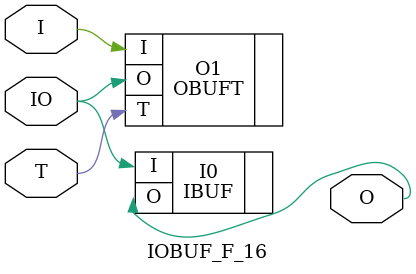
<source format=v>


`timescale  1 ps / 1 ps


module IOBUF_F_16 (O, IO, I, T);

    output O;

    inout  IO;

    input  I, T;

        OBUFT #( .SLEW("FAST"), .DRIVE(16)) O1 (.O(IO), .I(I), .T(T)); 
	IBUF #(.IOSTANDARD("DEFAULT"))  I0 (.O(O), .I(IO));
        

endmodule



</source>
